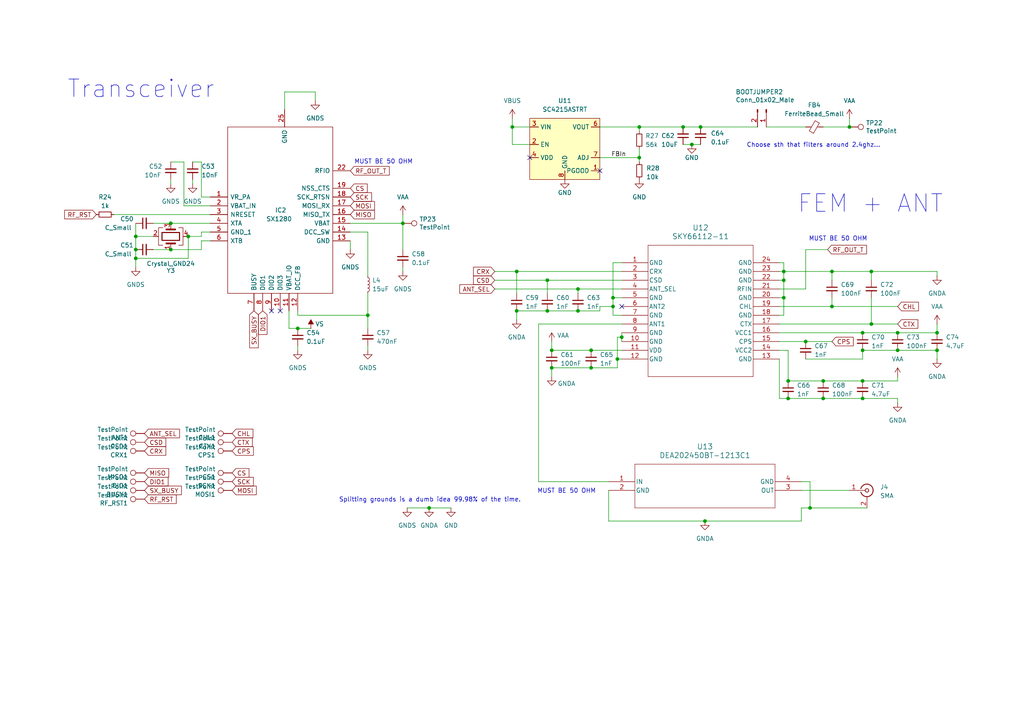
<source format=kicad_sch>
(kicad_sch (version 20231120) (generator "eeschema") (generator_version "8.0")
  (paper "A4")
  (lib_symbols
    (symbol "2024-11-05_19-33-17:DEA202450BT-1213C1" (pin_names (offset 0.254))
      (property "Reference" "U" (at 27.94 10.16 0))
      (property "Value" "DEA202450BT-1213C1" (at 27.94 7.62 0))
      (symbol "DEA202450BT-1213C1_1_1"
        (polyline (pts (xy 7.62 -7.62) (xy 48.26 -7.62)) (stroke (width 0.127)))
        (polyline (pts (xy 7.62 5.08) (xy 7.62 -7.62)) (stroke (width 0.127)))
        (polyline (pts (xy 48.26 -7.62) (xy 48.26 5.08)) (stroke (width 0.127)))
        (polyline (pts (xy 48.26 5.08) (xy 7.62 5.08)) (stroke (width 0.127)))
        (pin input line (at 0 0 0) (length 7.62) (name "IN") (number "1"))
        (pin power_in line (at 0 -2.54 0) (length 7.62) (name "GND") (number "2"))
        (pin output line (at 55.88 -2.54 180) (length 7.62) (name "OUT") (number "3"))
        (pin power_in line (at 55.88 0 180) (length 7.62) (name "GND") (number "4"))
      )
    )
    (symbol "Connector:Conn_01x02_Male" (pin_names (offset 1.016) hide)
      (property "Reference" "J" (at 0 2.54 0))
      (property "Value" "Conn_01x02_Male" (at 0 -5.08 0))
      (symbol "Conn_01x02_Male_1_1"
        (polyline (pts (xy 1.27 -2.54) (xy 0.8636 -2.54)) (stroke (width 0.1524)))
        (polyline (pts (xy 1.27 0) (xy 0.8636 0)) (stroke (width 0.1524)))
        (rectangle (start 0.8636 -2.413) (end 0 -2.667) (stroke (width 0.1524)) (fill (type outline)))
        (rectangle (start 0.8636 0.127) (end 0 -0.127) (stroke (width 0.1524)) (fill (type outline)))
        (pin passive line (at 5.08 0 180) (length 3.81) (name "Pin_1") (number "1"))
        (pin passive line (at 5.08 -2.54 180) (length 3.81) (name "Pin_2") (number "2"))
      )
    )
    (symbol "Connector:Conn_Coaxial" (pin_names (offset 1.016) hide)
      (property "Reference" "J" (at 0.254 3.048 0))
      (property "Value" "Conn_Coaxial" (at 2.921 0 90))
      (symbol "Conn_Coaxial_0_1"
        (arc (start -1.778 -0.508) (mid 0.2311 -1.8066) (end 1.778 0) (stroke (width 0.254)))
        (polyline (pts (xy -2.54 0) (xy -0.508 0)))
        (polyline (pts (xy 0 -2.54) (xy 0 -1.778)))
        (circle (center 0 0) (radius 0.508) (stroke (width 0.2032)))
        (arc (start 1.778 0) (mid 0.2099 1.8101) (end -1.778 0.508) (stroke (width 0.254)))
      )
      (symbol "Conn_Coaxial_1_1"
        (pin passive line (at -5.08 0 0) (length 2.54) (name "In") (number "1"))
        (pin passive line (at 0 -5.08 90) (length 2.54) (name "Ext") (number "2"))
      )
    )
    (symbol "Connector:TestPoint" (pin_numbers hide) (pin_names (offset 0.762) hide)
      (property "Reference" "TP" (at 0 6.858 0))
      (property "Value" "TestPoint" (at 0 5.08 0))
      (symbol "TestPoint_0_1"
        (circle (center 0 3.302) (radius 0.762))
      )
      (symbol "TestPoint_1_1"
        (pin passive line (at 0 0 90) (length 2.54) (name "1") (number "1"))
      )
    )
    (symbol "Device:C_Small" (pin_numbers hide) (pin_names (offset 0.254) hide)
      (property "Reference" "C" (at 0.254 1.778 0))
      (property "Value" "C_Small" (at 0.254 -2.032 0))
      (symbol "C_Small_0_1"
        (polyline (pts (xy -1.524 -0.508) (xy 1.524 -0.508)) (stroke (width 0.3302)))
        (polyline (pts (xy -1.524 0.508) (xy 1.524 0.508)) (stroke (width 0.3048)))
      )
      (symbol "C_Small_1_1"
        (pin passive line (at 0 2.54 270) (length 2.032) (name "~") (number "1"))
        (pin passive line (at 0 -2.54 90) (length 2.032) (name "~") (number "2"))
      )
    )
    (symbol "Device:Crystal_GND24" (pin_names (offset 1.016) hide)
      (property "Reference" "Y" (at 3.175 5.08 0))
      (property "Value" "Crystal_GND24" (at 3.175 3.175 0))
      (symbol "Crystal_GND24_0_1"
        (rectangle (start -1.143 2.54) (end 1.143 -2.54) (stroke (width 0.3048)))
        (polyline (pts (xy -2.54 0) (xy -2.032 0)))
        (polyline (pts (xy -2.032 -1.27) (xy -2.032 1.27)) (stroke (width 0.508)))
        (polyline (pts (xy 0 -3.81) (xy 0 -3.556)))
        (polyline (pts (xy 0 3.556) (xy 0 3.81)))
        (polyline (pts (xy 2.032 -1.27) (xy 2.032 1.27)) (stroke (width 0.508)))
        (polyline (pts (xy 2.032 0) (xy 2.54 0)))
        (polyline (pts (xy -2.54 -2.286) (xy -2.54 -3.556) (xy 2.54 -3.556) (xy 2.54 -2.286)))
        (polyline (pts (xy -2.54 2.286) (xy -2.54 3.556) (xy 2.54 3.556) (xy 2.54 2.286)))
      )
      (symbol "Crystal_GND24_1_1"
        (pin passive line (at -3.81 0 0) (length 1.27) (name "1") (number "1"))
        (pin passive line (at 0 5.08 270) (length 1.27) (name "2") (number "2"))
        (pin passive line (at 3.81 0 180) (length 1.27) (name "3") (number "3"))
        (pin passive line (at 0 -5.08 90) (length 1.27) (name "4") (number "4"))
      )
    )
    (symbol "Device:FerriteBead_Small" (pin_numbers hide) (pin_names (offset 0))
      (property "Reference" "FB" (at 1.905 1.27 0))
      (property "Value" "FerriteBead_Small" (at 1.905 -1.27 0))
      (symbol "FerriteBead_Small_0_1"
        (polyline (pts (xy 0 -1.27) (xy 0 -0.7874)))
        (polyline (pts (xy 0 0.889) (xy 0 1.2954)))
        (polyline (pts (xy -1.8288 0.2794) (xy -1.1176 1.4986) (xy 1.8288 -0.2032) (xy 1.1176 -1.4224) (xy -1.8288 0.2794)))
      )
      (symbol "FerriteBead_Small_1_1"
        (pin passive line (at 0 2.54 270) (length 1.27) (name "~") (number "1"))
        (pin passive line (at 0 -2.54 90) (length 1.27) (name "~") (number "2"))
      )
    )
    (symbol "Device:L_Small" (pin_numbers hide) (pin_names (offset 0.254) hide)
      (property "Reference" "L" (at 0.762 1.016 0))
      (property "Value" "L_Small" (at 0.762 -1.016 0))
      (symbol "L_Small_0_1"
        (arc (start 0 -2.032) (mid 0.5058 -1.524) (end 0 -1.016))
        (arc (start 0 -1.016) (mid 0.5058 -0.508) (end 0 0))
        (arc (start 0 0) (mid 0.5058 0.508) (end 0 1.016))
        (arc (start 0 1.016) (mid 0.5058 1.524) (end 0 2.032))
      )
      (symbol "L_Small_1_1"
        (pin passive line (at 0 2.54 270) (length 0.508) (name "~") (number "1"))
        (pin passive line (at 0 -2.54 90) (length 0.508) (name "~") (number "2"))
      )
    )
    (symbol "Device:R_Small" (pin_numbers hide) (pin_names (offset 0.254) hide)
      (property "Reference" "R" (at 0.762 0.508 0))
      (property "Value" "R_Small" (at 0.762 -1.016 0))
      (symbol "R_Small_0_1"
        (rectangle (start -0.762 1.778) (end 0.762 -1.778) (stroke (width 0.2032)))
      )
      (symbol "R_Small_1_1"
        (pin passive line (at 0 2.54 270) (length 0.762) (name "~") (number "1"))
        (pin passive line (at 0 -2.54 90) (length 0.762) (name "~") (number "2"))
      )
    )
    (symbol "SKYRF:SKY66112-11" (pin_names (offset 0.254))
      (property "Reference" "U" (at 22.86 10.16 0))
      (property "Value" "SKY66112-11" (at 22.86 7.62 0))
      (symbol "SKY66112-11_1_1"
        (polyline (pts (xy 7.62 -33.02) (xy 38.1 -33.02)) (stroke (width 0.127)))
        (polyline (pts (xy 7.62 5.08) (xy 7.62 -33.02)) (stroke (width 0.127)))
        (polyline (pts (xy 38.1 -33.02) (xy 38.1 5.08)) (stroke (width 0.127)))
        (polyline (pts (xy 38.1 5.08) (xy 7.62 5.08)) (stroke (width 0.127)))
        (pin power_out line (at 0 0 0) (length 7.62) (name "GND") (number "1"))
        (pin power_out line (at 0 -22.86 0) (length 7.62) (name "GND") (number "10"))
        (pin power_in line (at 0 -25.4 0) (length 7.62) (name "VDD") (number "11"))
        (pin power_out line (at 0 -27.94 0) (length 7.62) (name "GND") (number "12"))
        (pin power_out line (at 45.72 -27.94 180) (length 7.62) (name "GND") (number "13"))
        (pin power_in line (at 45.72 -25.4 180) (length 7.62) (name "VCC2") (number "14"))
        (pin unspecified line (at 45.72 -22.86 180) (length 7.62) (name "CPS") (number "15"))
        (pin power_in line (at 45.72 -20.32 180) (length 7.62) (name "VCC1") (number "16"))
        (pin unspecified line (at 45.72 -17.78 180) (length 7.62) (name "CTX") (number "17"))
        (pin power_out line (at 45.72 -15.24 180) (length 7.62) (name "GND") (number "18"))
        (pin unspecified line (at 45.72 -12.7 180) (length 7.62) (name "CHL") (number "19"))
        (pin unspecified line (at 0 -2.54 0) (length 7.62) (name "CRX") (number "2"))
        (pin power_out line (at 45.72 -10.16 180) (length 7.62) (name "GND") (number "20"))
        (pin power_in line (at 45.72 -7.62 180) (length 7.62) (name "RFIN") (number "21"))
        (pin power_out line (at 45.72 -5.08 180) (length 7.62) (name "GND") (number "22"))
        (pin power_out line (at 45.72 -2.54 180) (length 7.62) (name "GND") (number "23"))
        (pin power_out line (at 45.72 0 180) (length 7.62) (name "GND") (number "24"))
        (pin unspecified line (at 0 -5.08 0) (length 7.62) (name "CSD") (number "3"))
        (pin unspecified line (at 0 -7.62 0) (length 7.62) (name "ANT_SEL") (number "4"))
        (pin power_out line (at 0 -10.16 0) (length 7.62) (name "GND") (number "5"))
        (pin bidirectional line (at 0 -12.7 0) (length 7.62) (name "ANT2") (number "6"))
        (pin power_out line (at 0 -15.24 0) (length 7.62) (name "GND") (number "7"))
        (pin bidirectional line (at 0 -17.78 0) (length 7.62) (name "ANT1") (number "8"))
        (pin power_out line (at 0 -20.32 0) (length 7.62) (name "GND") (number "9"))
      )
    )
    (symbol "SX1280:symbols_SX1280IMLTRT" (pin_names (offset 0.762))
      (property "Reference" "IC" (at 36.83 25.4 0))
      (property "Value" "symbols_SX1280IMLTRT" (at 36.83 22.86 0))
      (symbol "symbols_SX1280IMLTRT_0_0"
        (pin bidirectional line (at 0 0 0) (length 5.08) (name "VR_PA") (number "1"))
        (pin bidirectional line (at 20.32 -33.02 90) (length 5.08) (name "DIO3") (number "10"))
        (pin bidirectional line (at 22.86 -33.02 90) (length 5.08) (name "VBAT_IO") (number "11"))
        (pin bidirectional line (at 25.4 -33.02 90) (length 5.08) (name "DCC_FB") (number "12"))
        (pin bidirectional line (at 40.64 -12.7 180) (length 5.08) (name "GND") (number "13"))
        (pin bidirectional line (at 40.64 -10.16 180) (length 5.08) (name "DCC_SW") (number "14"))
        (pin bidirectional line (at 40.64 -7.62 180) (length 5.08) (name "VBAT") (number "15"))
        (pin bidirectional line (at 40.64 -5.08 180) (length 5.08) (name "MISO_TX") (number "16"))
        (pin bidirectional line (at 40.64 -2.54 180) (length 5.08) (name "MOSI_RX") (number "17"))
        (pin bidirectional line (at 40.64 0 180) (length 5.08) (name "SCK_RTSN") (number "18"))
        (pin bidirectional line (at 40.64 2.54 180) (length 5.08) (name "NSS_CTS") (number "19"))
        (pin bidirectional line (at 0 -2.54 0) (length 5.08) (name "VBAT_IN") (number "2"))
        (pin power_in line (at 21.59 25.4 270) (length 5.08) hide (name "GND") (number "20"))
        (pin power_in line (at 21.59 25.4 270) (length 5.08) hide (name "GND") (number "21"))
        (pin bidirectional line (at 40.64 7.62 180) (length 5.08) (name "RFIO") (number "22"))
        (pin power_in line (at 21.59 25.4 270) (length 5.08) hide (name "GND") (number "23"))
        (pin power_in line (at 21.59 25.4 270) (length 5.08) hide (name "GND") (number "24"))
        (pin power_in line (at 21.59 25.4 270) (length 5.08) (name "GND") (number "25"))
        (pin bidirectional line (at 0 -5.08 0) (length 5.08) (name "NRESET") (number "3"))
        (pin bidirectional line (at 0 -7.62 0) (length 5.08) (name "XTA") (number "4"))
        (pin bidirectional line (at 0 -10.16 0) (length 5.08) (name "GND_1") (number "5"))
        (pin bidirectional line (at 0 -12.7 0) (length 5.08) (name "XTB") (number "6"))
        (pin bidirectional line (at 12.7 -33.02 90) (length 5.08) (name "BUSY") (number "7"))
        (pin bidirectional line (at 15.24 -33.02 90) (length 5.08) (name "DIO1") (number "8"))
        (pin bidirectional line (at 17.78 -33.02 90) (length 5.08) (name "DIO2") (number "9"))
      )
      (symbol "symbols_SX1280IMLTRT_0_1"
        (polyline (pts (xy 5.08 20.32) (xy 35.56 20.32) (xy 35.56 -27.94) (xy 5.08 -27.94) (xy 5.08 20.32)) (stroke (width 0.1524)))
      )
    )
    (symbol "VBUS_1" (power) (pin_numbers hide) (pin_names (offset 0) hide)
      (property "Value" "VBUS" (at 0 3.556 0))
      (symbol "VBUS_1_0_1"
        (polyline (pts (xy -0.762 1.27) (xy 0 2.54)))
        (polyline (pts (xy 0 0) (xy 0 2.54)))
        (polyline (pts (xy 0 2.54) (xy 0.762 1.27)))
      )
      (symbol "VBUS_1_1_1"
        (pin power_in line (at 0 0 90) (length 0) (name "~") (number "1"))
      )
    )
    (symbol "iclr:SC4215ASTRT"
      (property "Reference" "U5" (at 0 4.8428 0))
      (property "Value" "SC4215" (at 0 2.3059 0))
      (symbol "SC4215ASTRT_1_1"
        (rectangle (start -10.16 1.27) (end 10.16 -16.51) (fill (type background)))
        (pin output line (at 10.16 -13.97 180) (length 2.54) (name "PGOOD") (number "1"))
        (pin input line (at -10.16 -6.35 0) (length 2.54) (name "EN") (number "2"))
        (pin power_in line (at -10.16 -1.27 0) (length 2.54) (name "VIN") (number "3"))
        (pin input line (at -10.16 -10.16 0) (length 2.54) (name "VDD") (number "4"))
        (pin no_connect line (at -10.16 -15.24 0) (length 2.54) hide (name "NC") (number "5"))
        (pin power_out line (at 10.16 -1.27 180) (length 2.54) (name "VOUT") (number "6"))
        (pin input line (at 10.16 -10.16 180) (length 2.54) (name "ADJ") (number "7"))
        (pin power_out line (at 0 -16.51 90) (length 2.54) (name "GND") (number "8"))
        (pin power_out line (at 0 -16.51 90) (length 2.54) hide (name "GND") (number "9"))
      )
    )
    (symbol "power:GND" (power) (pin_names (offset 0))
      (property "Value" "GND" (at 0 -3.81 0))
      (symbol "GND_0_1"
        (polyline (pts (xy 0 0) (xy 0 -1.27) (xy 1.27 -1.27) (xy 0 -2.54) (xy -1.27 -1.27) (xy 0 -1.27)))
      )
      (symbol "GND_1_1"
        (pin power_in line (at 0 0 270) (length 0) hide (name "GND") (number "1"))
      )
    )
    (symbol "power:GNDA" (power) (pin_numbers hide) (pin_names (offset 0) hide)
      (property "Value" "GNDA" (at 0 -3.81 0))
      (symbol "GNDA_0_1"
        (polyline (pts (xy 0 0) (xy 0 -1.27) (xy 1.27 -1.27) (xy 0 -2.54) (xy -1.27 -1.27) (xy 0 -1.27)))
      )
      (symbol "GNDA_1_1"
        (pin power_in line (at 0 0 270) (length 0) (name "~") (number "1"))
      )
    )
    (symbol "power:GNDS" (power) (pin_numbers hide) (pin_names (offset 0) hide)
      (property "Value" "GNDS" (at 0 -3.81 0))
      (symbol "GNDS_0_1"
        (polyline (pts (xy 0 0) (xy 0 -1.27) (xy 1.27 -1.27) (xy 0 -2.54) (xy -1.27 -1.27) (xy 0 -1.27)))
      )
      (symbol "GNDS_1_1"
        (pin power_in line (at 0 0 270) (length 0) (name "~") (number "1"))
      )
    )
    (symbol "power:VAA" (power) (pin_numbers hide) (pin_names (offset 0) hide)
      (property "Value" "VAA" (at 0 3.556 0))
      (symbol "VAA_0_1"
        (polyline (pts (xy -0.762 1.27) (xy 0 2.54)))
        (polyline (pts (xy 0 0) (xy 0 2.54)))
        (polyline (pts (xy 0 2.54) (xy 0.762 1.27)))
      )
      (symbol "VAA_1_1"
        (pin power_in line (at 0 0 90) (length 0) (name "~") (number "1"))
      )
    )
    (symbol "power:VS" (power) (pin_numbers hide) (pin_names (offset 0) hide)
      (property "Value" "VS" (at 0 3.556 0))
      (symbol "VS_0_1"
        (polyline (pts (xy 0 0) (xy 0 2.54)))
        (polyline (pts (xy 0.762 1.27) (xy -0.762 1.27) (xy 0 2.54) (xy 0.762 1.27)) (fill (type outline)))
      )
      (symbol "VS_1_1"
        (pin power_in line (at 0 0 90) (length 0) (name "~") (number "1"))
      )
    )
  )
  (junction (at 271.78 96.52))
  (junction (at 228.6 110.49))
  (junction (at 185.42 36.83))
  (junction (at 179.07 104.14))
  (junction (at 252.73 78.74))
  (junction (at 149.86 78.74))
  (junction (at 260.35 101.6))
  (junction (at 158.75 81.28))
  (junction (at 180.34 97.79))
  (junction (at 158.75 90.17))
  (junction (at 233.68 99.06))
  (junction (at 203.2 36.83))
  (junction (at 241.3 88.9))
  (junction (at 238.76 115.57))
  (junction (at 160.02 101.6))
  (junction (at 39.37 72.39))
  (junction (at 198.12 36.83))
  (junction (at 171.45 106.68))
  (junction (at 148.59 36.83))
  (junction (at 250.19 115.57))
  (junction (at 250.19 96.52))
  (junction (at 227.33 78.74))
  (junction (at 227.33 86.36))
  (junction (at 260.35 96.52))
  (junction (at 200.66 41.91))
  (junction (at 167.64 90.17))
  (junction (at 39.37 74.93))
  (junction (at 252.73 93.98))
  (junction (at 234.95 147.32))
  (junction (at 228.6 115.57))
  (junction (at 204.47 151.13))
  (junction (at 171.45 101.6))
  (junction (at 177.8 86.36))
  (junction (at 185.42 45.72))
  (junction (at 86.36 95.25))
  (junction (at 271.78 101.6))
  (junction (at 238.76 110.49))
  (junction (at 49.53 64.77))
  (junction (at 54.61 68.58))
  (junction (at 39.37 68.58))
  (junction (at 241.3 78.74))
  (junction (at 160.02 106.68))
  (junction (at 49.53 72.39))
  (junction (at 250.19 101.6))
  (junction (at 227.33 81.28))
  (junction (at 177.8 88.9))
  (junction (at 124.46 147.32))
  (junction (at 250.19 110.49))
  (junction (at 106.68 91.44))
  (junction (at 246.38 36.83))
  (junction (at 167.64 83.82))
  (junction (at 116.84 64.77))
  (junction (at 149.86 90.17))
  (no_connect (at 180.34 88.9))
  (no_connect (at 78.74 90.17))
  (no_connect (at 153.67 45.72))
  (no_connect (at 81.28 90.17))
  (no_connect (at 173.99 49.53))
  (wire (pts (xy 39.37 68.58) (xy 39.37 64.77)))
  (wire (pts (xy 106.68 67.31) (xy 106.68 80.01)))
  (wire (pts (xy 185.42 36.83) (xy 198.12 36.83)))
  (wire (pts (xy 86.36 91.44) (xy 86.36 90.17)))
  (wire (pts (xy 238.76 36.83) (xy 246.38 36.83)))
  (wire (pts (xy 49.53 46.99) (xy 53.34 46.99)))
  (wire (pts (xy 226.06 104.14) (xy 226.06 115.57)))
  (wire (pts (xy 173.99 45.72) (xy 185.42 45.72)))
  (wire (pts (xy 143.51 81.28) (xy 158.75 81.28)))
  (wire (pts (xy 143.51 83.82) (xy 167.64 83.82)))
  (wire (pts (xy 176.53 151.13) (xy 176.53 142.24)))
  (wire (pts (xy 227.33 78.74) (xy 227.33 81.28)))
  (wire (pts (xy 198.12 36.83) (xy 203.2 36.83)))
  (wire (pts (xy 185.42 43.18) (xy 185.42 45.72)))
  (wire (pts (xy 227.33 91.44) (xy 226.06 91.44)))
  (wire (pts (xy 53.34 59.69) (xy 53.34 46.99)))
  (wire (pts (xy 44.45 72.39) (xy 49.53 72.39)))
  (wire (pts (xy 271.78 78.74) (xy 271.78 80.01)))
  (wire (pts (xy 250.19 104.14) (xy 250.19 101.6)))
  (wire (pts (xy 158.75 81.28) (xy 180.34 81.28)))
  (wire (pts (xy 33.02 62.23) (xy 60.96 62.23)))
  (wire (pts (xy 143.51 78.74) (xy 149.86 78.74)))
  (wire (pts (xy 232.41 139.7) (xy 234.95 139.7)))
  (wire (pts (xy 106.68 91.44) (xy 106.68 95.25)))
  (wire (pts (xy 227.33 81.28) (xy 227.33 86.36)))
  (wire (pts (xy 148.59 36.83) (xy 153.67 36.83)))
  (wire (pts (xy 116.84 77.47) (xy 116.84 78.74)))
  (wire (pts (xy 49.53 72.39) (xy 58.42 72.39)))
  (wire (pts (xy 176.53 139.7) (xy 156.21 139.7)))
  (wire (pts (xy 252.73 93.98) (xy 260.35 93.98)))
  (wire (pts (xy 232.41 147.32) (xy 234.95 147.32)))
  (wire (pts (xy 60.96 59.69) (xy 53.34 59.69)))
  (wire (pts (xy 227.33 76.2) (xy 227.33 78.74)))
  (wire (pts (xy 232.41 142.24) (xy 246.38 142.24)))
  (wire (pts (xy 156.21 93.98) (xy 180.34 93.98)))
  (wire (pts (xy 180.34 97.79) (xy 179.07 97.79)))
  (wire (pts (xy 250.19 101.6) (xy 260.35 101.6)))
  (wire (pts (xy 226.06 93.98) (xy 252.73 93.98)))
  (wire (pts (xy 250.19 110.49) (xy 260.35 110.49)))
  (wire (pts (xy 83.82 95.25) (xy 86.36 95.25)))
  (wire (pts (xy 149.86 90.17) (xy 158.75 90.17)))
  (wire (pts (xy 149.86 78.74) (xy 180.34 78.74)))
  (wire (pts (xy 106.68 85.09) (xy 106.68 91.44)))
  (wire (pts (xy 167.64 83.82) (xy 167.64 85.09)))
  (wire (pts (xy 106.68 100.33) (xy 106.68 101.6)))
  (wire (pts (xy 226.06 76.2) (xy 227.33 76.2)))
  (wire (pts (xy 228.6 110.49) (xy 238.76 110.49)))
  (wire (pts (xy 233.68 104.14) (xy 250.19 104.14)))
  (wire (pts (xy 173.99 88.9) (xy 177.8 88.9)))
  (wire (pts (xy 91.44 26.67) (xy 91.44 29.21)))
  (wire (pts (xy 241.3 86.36) (xy 241.3 88.9)))
  (wire (pts (xy 82.55 26.67) (xy 91.44 26.67)))
  (wire (pts (xy 39.37 74.93) (xy 54.61 74.93)))
  (wire (pts (xy 106.68 91.44) (xy 86.36 91.44)))
  (wire (pts (xy 83.82 90.17) (xy 83.82 95.25)))
  (wire (pts (xy 227.33 78.74) (xy 241.3 78.74)))
  (wire (pts (xy 185.42 36.83) (xy 185.42 38.1)))
  (wire (pts (xy 177.8 91.44) (xy 177.8 88.9)))
  (wire (pts (xy 158.75 81.28) (xy 158.75 85.09)))
  (wire (pts (xy 252.73 78.74) (xy 271.78 78.74)))
  (wire (pts (xy 228.6 115.57) (xy 238.76 115.57)))
  (wire (pts (xy 39.37 72.39) (xy 39.37 74.93)))
  (wire (pts (xy 55.88 46.99) (xy 58.42 46.99)))
  (wire (pts (xy 116.84 62.23) (xy 116.84 64.77)))
  (wire (pts (xy 156.21 93.98) (xy 156.21 139.7)))
  (wire (pts (xy 204.47 151.13) (xy 176.53 151.13)))
  (wire (pts (xy 252.73 81.28) (xy 252.73 78.74)))
  (wire (pts (xy 179.07 104.14) (xy 180.34 104.14)))
  (wire (pts (xy 179.07 104.14) (xy 179.07 106.68)))
  (wire (pts (xy 148.59 41.91) (xy 148.59 36.83)))
  (wire (pts (xy 160.02 106.68) (xy 160.02 109.22)))
  (wire (pts (xy 86.36 100.33) (xy 86.36 101.6)))
  (wire (pts (xy 180.34 97.79) (xy 180.34 99.06)))
  (wire (pts (xy 149.86 78.74) (xy 149.86 85.09)))
  (wire (pts (xy 153.67 41.91) (xy 148.59 41.91)))
  (wire (pts (xy 260.35 96.52) (xy 271.78 96.52)))
  (wire (pts (xy 101.6 69.85) (xy 101.6 72.39)))
  (wire (pts (xy 241.3 78.74) (xy 252.73 78.74)))
  (wire (pts (xy 271.78 101.6) (xy 271.78 104.14)))
  (wire (pts (xy 232.41 151.13) (xy 204.47 151.13)))
  (wire (pts (xy 234.95 139.7) (xy 234.95 147.32)))
  (wire (pts (xy 233.68 83.82) (xy 233.68 72.39)))
  (wire (pts (xy 238.76 115.57) (xy 250.19 115.57)))
  (wire (pts (xy 171.45 101.6) (xy 180.34 101.6)))
  (wire (pts (xy 177.8 86.36) (xy 180.34 86.36)))
  (wire (pts (xy 179.07 97.79) (xy 179.07 104.14)))
  (wire (pts (xy 226.06 88.9) (xy 241.3 88.9)))
  (wire (pts (xy 226.06 115.57) (xy 228.6 115.57)))
  (wire (pts (xy 180.34 91.44) (xy 177.8 91.44)))
  (wire (pts (xy 149.86 90.17) (xy 149.86 92.71)))
  (wire (pts (xy 167.64 83.82) (xy 180.34 83.82)))
  (wire (pts (xy 233.68 72.39) (xy 240.03 72.39)))
  (wire (pts (xy 238.76 110.49) (xy 250.19 110.49)))
  (wire (pts (xy 44.45 64.77) (xy 49.53 64.77)))
  (wire (pts (xy 260.35 101.6) (xy 271.78 101.6)))
  (wire (pts (xy 118.11 147.32) (xy 124.46 147.32)))
  (wire (pts (xy 222.25 36.83) (xy 233.68 36.83)))
  (wire (pts (xy 234.95 147.32) (xy 251.46 147.32)))
  (wire (pts (xy 241.3 88.9) (xy 260.35 88.9)))
  (wire (pts (xy 226.06 101.6) (xy 228.6 101.6)))
  (wire (pts (xy 39.37 74.93) (xy 39.37 77.47)))
  (wire (pts (xy 86.36 95.25) (xy 90.17 95.25)))
  (wire (pts (xy 250.19 96.52) (xy 260.35 96.52)))
  (wire (pts (xy 160.02 106.68) (xy 171.45 106.68)))
  (wire (pts (xy 124.46 147.32) (xy 130.81 147.32)))
  (wire (pts (xy 226.06 86.36) (xy 227.33 86.36)))
  (wire (pts (xy 179.07 106.68) (xy 171.45 106.68)))
  (wire (pts (xy 226.06 83.82) (xy 233.68 83.82)))
  (wire (pts (xy 158.75 90.17) (xy 167.64 90.17)))
  (wire (pts (xy 250.19 115.57) (xy 260.35 115.57)))
  (wire (pts (xy 241.3 81.28) (xy 241.3 78.74)))
  (wire (pts (xy 177.8 86.36) (xy 177.8 76.2)))
  (wire (pts (xy 228.6 101.6) (xy 228.6 110.49)))
  (wire (pts (xy 203.2 36.83) (xy 219.71 36.83)))
  (wire (pts (xy 173.99 36.83) (xy 185.42 36.83)))
  (wire (pts (xy 173.99 90.17) (xy 167.64 90.17)))
  (wire (pts (xy 101.6 64.77) (xy 116.84 64.77)))
  (wire (pts (xy 226.06 96.52) (xy 250.19 96.52)))
  (wire (pts (xy 226.06 99.06) (xy 233.68 99.06)))
  (wire (pts (xy 54.61 68.58) (xy 54.61 74.93)))
  (wire (pts (xy 58.42 67.31) (xy 60.96 67.31)))
  (wire (pts (xy 246.38 36.83) (xy 246.38 34.29)))
  (wire (pts (xy 160.02 101.6) (xy 171.45 101.6)))
  (wire (pts (xy 173.99 88.9) (xy 173.99 90.17)))
  (wire (pts (xy 116.84 64.77) (xy 116.84 72.39)))
  (wire (pts (xy 60.96 69.85) (xy 58.42 69.85)))
  (wire (pts (xy 252.73 86.36) (xy 252.73 93.98)))
  (wire (pts (xy 177.8 76.2) (xy 180.34 76.2)))
  (wire (pts (xy 39.37 68.58) (xy 39.37 72.39)))
  (wire (pts (xy 44.45 68.58) (xy 39.37 68.58)))
  (wire (pts (xy 260.35 109.22) (xy 260.35 110.49)))
  (wire (pts (xy 271.78 93.98) (xy 271.78 96.52)))
  (wire (pts (xy 58.42 57.15) (xy 58.42 46.99)))
  (wire (pts (xy 148.59 34.29) (xy 148.59 36.83)))
  (wire (pts (xy 233.68 99.06) (xy 241.3 99.06)))
  (wire (pts (xy 198.12 41.91) (xy 200.66 41.91)))
  (wire (pts (xy 49.53 52.07) (xy 49.53 53.34)))
  (wire (pts (xy 58.42 69.85) (xy 58.42 72.39)))
  (wire (pts (xy 177.8 88.9) (xy 177.8 86.36)))
  (wire (pts (xy 226.06 81.28) (xy 227.33 81.28)))
  (wire (pts (xy 101.6 67.31) (xy 106.68 67.31)))
  (wire (pts (xy 54.61 68.58) (xy 58.42 68.58)))
  (wire (pts (xy 60.96 57.15) (xy 58.42 57.15)))
  (wire (pts (xy 82.55 31.75) (xy 82.55 26.67)))
  (wire (pts (xy 160.02 99.06) (xy 160.02 101.6)))
  (wire (pts (xy 226.06 78.74) (xy 227.33 78.74)))
  (wire (pts (xy 49.53 64.77) (xy 60.96 64.77)))
  (wire (pts (xy 185.42 45.72) (xy 185.42 46.99)))
  (wire (pts (xy 260.35 115.57) (xy 260.35 116.84)))
  (wire (pts (xy 232.41 147.32) (xy 232.41 151.13)))
  (wire (pts (xy 180.34 96.52) (xy 180.34 97.79)))
  (wire (pts (xy 227.33 86.36) (xy 227.33 91.44)))
  (wire (pts (xy 55.88 52.07) (xy 55.88 53.34)))
  (wire (pts (xy 58.42 68.58) (xy 58.42 67.31)))
  (wire (pts (xy 200.66 41.91) (xy 203.2 41.91)))
  (text "FEM + ANT\n" (at 252.476 59.182 0) (effects (font (size 5.08 5.08))))
  (text "MUST BE 50 OHM\n" (at 243.078 69.342 0) (effects (font (size 1.27 1.27))))
  (text "Transceiver\n" (at 40.894 25.908 0) (effects (font (size 5.08 5.08))))
  (text "MUST BE 50 OHM\n" (at 111.252 46.99 0) (effects (font (size 1.27 1.27))))
  (text "Choose sth that filters around 2.4ghz...\n" (at 235.966 42.164 0) (effects (font (size 1.27 1.27))))
  (text "MUST BE 50 OHM\n" (at 164.338 142.494 0) (effects (font (size 1.27 1.27))))
  (text "Splitting grounds is a dumb idea 99.98% of the time.\n" (at 124.714 145.034 0) (effects (font (size 1.27 1.27))))
  (label "FBIn" (at 181.61 45.72 180))
  (global_label "ANT_SEL" (shape input) (at 143.51 83.82 180) (property "Intersheetrefs" "${INTERSHEET_REFS}" (effects (hide yes))))
  (global_label "CTX" (shape input) (at 260.35 93.98 0) (property "Intersheetrefs" "${INTERSHEET_REFS}" (effects (hide yes))))
  (global_label "CRX" (shape input) (at 41.91 130.81 0) (property "Intersheetrefs" "${INTERSHEET_REFS}" (effects (hide yes))))
  (global_label "CHL" (shape input) (at 260.35 88.9 0) (property "Intersheetrefs" "${INTERSHEET_REFS}" (effects (hide yes))))
  (global_label "RF_RST" (shape input) (at 27.94 62.23 180) (property "Intersheetrefs" "${INTERSHEET_REFS}" (effects (hide yes))))
  (global_label "ANT_SEL" (shape input) (at 41.91 125.73 0) (property "Intersheetrefs" "${INTERSHEET_REFS}" (effects (hide yes))))
  (global_label "SCK" (shape input) (at 67.31 139.7 0) (property "Intersheetrefs" "${INTERSHEET_REFS}" (effects (hide yes))))
  (global_label "CSD" (shape input) (at 143.51 81.28 180) (property "Intersheetrefs" "${INTERSHEET_REFS}" (effects (hide yes))))
  (global_label "CSD" (shape input) (at 41.91 128.27 0) (property "Intersheetrefs" "${INTERSHEET_REFS}" (effects (hide yes))))
  (global_label "CPS" (shape input) (at 67.31 130.81 0) (property "Intersheetrefs" "${INTERSHEET_REFS}" (effects (hide yes))))
  (global_label "MOSI" (shape input) (at 67.31 142.24 0) (property "Intersheetrefs" "${INTERSHEET_REFS}" (effects (hide yes))))
  (global_label "CRX" (shape input) (at 143.51 78.74 180) (property "Intersheetrefs" "${INTERSHEET_REFS}" (effects (hide yes))))
  (global_label "SCK" (shape input) (at 101.6 57.15 0) (property "Intersheetrefs" "${INTERSHEET_REFS}" (effects (hide yes))))
  (global_label "DIO1" (shape input) (at 76.2 90.17 270) (property "Intersheetrefs" "${INTERSHEET_REFS}" (effects (hide yes))))
  (global_label "MISO" (shape input) (at 41.91 137.16 0) (property "Intersheetrefs" "${INTERSHEET_REFS}" (effects (hide yes))))
  (global_label "SX_BUSY" (shape input) (at 73.66 90.17 270) (property "Intersheetrefs" "${INTERSHEET_REFS}" (effects (hide yes))))
  (global_label "MISO" (shape input) (at 101.6 62.23 0) (property "Intersheetrefs" "${INTERSHEET_REFS}" (effects (hide yes))))
  (global_label "RF_RST" (shape input) (at 41.91 144.78 0) (property "Intersheetrefs" "${INTERSHEET_REFS}" (effects (hide yes))))
  (global_label "CS" (shape input) (at 67.31 137.16 0) (property "Intersheetrefs" "${INTERSHEET_REFS}" (effects (hide yes))))
  (global_label "CS" (shape input) (at 101.6 54.61 0) (property "Intersheetrefs" "${INTERSHEET_REFS}" (effects (hide yes))))
  (global_label "RF_OUT_T" (shape input) (at 101.6 49.53 0) (property "Intersheetrefs" "${INTERSHEET_REFS}" (effects (hide yes))))
  (global_label "DIO1" (shape input) (at 41.91 139.7 0) (property "Intersheetrefs" "${INTERSHEET_REFS}" (effects (hide yes))))
  (global_label "CPS" (shape input) (at 241.3 99.06 0) (property "Intersheetrefs" "${INTERSHEET_REFS}" (effects (hide yes))))
  (global_label "CHL" (shape input) (at 67.31 125.73 0) (property "Intersheetrefs" "${INTERSHEET_REFS}" (effects (hide yes))))
  (global_label "RF_OUT_T" (shape input) (at 240.03 72.39 0) (property "Intersheetrefs" "${INTERSHEET_REFS}" (effects (hide yes))))
  (global_label "MOSI" (shape input) (at 101.6 59.69 0) (property "Intersheetrefs" "${INTERSHEET_REFS}" (effects (hide yes))))
  (global_label "CTX" (shape input) (at 67.31 128.27 0) (property "Intersheetrefs" "${INTERSHEET_REFS}" (effects (hide yes))))
  (global_label "SX_BUSY" (shape input) (at 41.91 142.24 0) (property "Intersheetrefs" "${INTERSHEET_REFS}" (effects (hide yes))))
  (symbol (lib_id "Connector:TestPoint") (at 67.31 139.7 90) (unit 1)
    (property "Reference" "SCK1" (at 62.5348 140.8684 90) (effects (justify left)))
    (property "Value" "TestPoint" (at 62.5348 138.557 90) (effects (justify left)))
    (property "Footprint" "TestPoint:TestPoint_Pad_D1.0mm" (effects (hide yes)))
  )
  (symbol (lib_id "power:GNDS") (at 116.84 78.74 0) (unit 1)
    (property "Reference" "#PWR090" (effects (hide yes)))
    (property "Value" "GNDS" (at 116.84 83.82 0))
    (property "Description" "Power symbol creates a global label with name \"GNDS\" , signal ground" (effects (hide yes)))
  )
  (symbol (lib_id "power:GNDS") (at 101.6 72.39 0) (unit 1)
    (property "Reference" "#PWR088" (effects (hide yes)))
    (property "Value" "GNDS" (at 101.6 77.47 0))
    (property "Description" "Power symbol creates a global label with name \"GNDS\" , signal ground" (effects (hide yes)))
  )
  (symbol (lib_id "Device:C_Small") (at 55.88 49.53 0) (unit 1)
    (property "Reference" "C53" (at 58.42 48.2662 0) (effects (justify left)))
    (property "Value" "10nF" (at 58.42 50.8062 0) (effects (justify left)))
    (property "Footprint" "Capacitor_SMD:C_0402_1005Metric" (effects (hide yes)))
    (property "Description" "Unpolarized capacitor, small symbol" (effects (hide yes)))
  )
  (symbol (lib_id "power:VAA") (at 160.02 99.06 0) (unit 1)
    (property "Reference" "#PWR097" (effects (hide yes)))
    (property "Value" "VAA" (at 163.322 97.282 0))
    (property "Description" "Power symbol creates a global label with name \"VAA\"" (effects (hide yes)))
  )
  (symbol (lib_id "Connector:TestPoint") (at 67.31 125.73 90) (unit 1)
    (property "Reference" "CHL1" (at 62.5348 126.8984 90) (effects (justify left)))
    (property "Value" "TestPoint" (at 62.5348 124.587 90) (effects (justify left)))
    (property "Footprint" "TestPoint:TestPoint_Pad_D1.0mm" (effects (hide yes)))
  )
  (symbol (lib_id "Connector:Conn_01x02_Male") (at 222.25 31.75 270) (unit 1)
    (property "Reference" "BOOTJUMPER2" (at 213.36 26.67 90) (effects (justify left)))
    (property "Value" "Conn_01x02_Male" (at 213.36 28.9814 90) (effects (justify left)))
    (property "Footprint" "Connector_PinHeader_2.54mm:PinHeader_1x02_P2.54mm_Vertical" (effects (hide yes)))
  )
  (symbol (lib_id "Device:C_Small") (at 41.91 64.77 90) (unit 1)
    (property "Reference" "C50" (at 36.83 63.5 90))
    (property "Value" "C_Small" (at 34.29 66.04 90))
    (property "Footprint" "Capacitor_SMD:C_0402_1005Metric" (effects (hide yes)))
    (property "Description" "Unpolarized capacitor, small symbol" (effects (hide yes)))
  )
  (symbol (lib_id "Device:C_Small") (at 149.86 87.63 0) (unit 1)
    (property "Reference" "C59" (at 152.4 86.3662 0) (effects (justify left)))
    (property "Value" "1nF" (at 152.4 88.9062 0) (effects (justify left)))
    (property "Footprint" "Capacitor_SMD:C_0402_1005Metric" (effects (hide yes)))
    (property "Description" "Unpolarized capacitor, small symbol" (effects (hide yes)))
  )
  (symbol (lib_id "Connector:Conn_Coaxial") (at 251.46 142.24 0) (unit 1)
    (property "Reference" "J4" (at 255.27 141.2631 0) (effects (justify left)))
    (property "Value" "SMA" (at 255.27 143.8031 0) (effects (justify left)))
    (property "Footprint" "Connector_Coaxial:SMA_Amphenol_901-144_Vertical" (effects (hide yes)))
    (property "Description" "coaxial connector (BNC, SMA, SMB, SMC, Cinch/RCA, LEMO, ...)" (effects (hide yes)))
  )
  (symbol (lib_id "Connector:TestPoint") (at 41.91 137.16 90) (unit 1)
    (property "Reference" "MISO1" (at 37.1348 138.3284 90) (effects (justify left)))
    (property "Value" "TestPoint" (at 37.1348 136.017 90) (effects (justify left)))
    (property "Footprint" "TestPoint:TestPoint_Pad_D1.0mm" (effects (hide yes)))
  )
  (symbol (lib_id "Connector:TestPoint") (at 67.31 128.27 90) (unit 1)
    (property "Reference" "CTX1" (at 62.5348 129.4384 90) (effects (justify left)))
    (property "Value" "TestPoint" (at 62.5348 127.127 90) (effects (justify left)))
    (property "Footprint" "TestPoint:TestPoint_Pad_D1.0mm" (effects (hide yes)))
  )
  (symbol (lib_id "Connector:TestPoint") (at 41.91 128.27 90) (unit 1)
    (property "Reference" "CSD1" (at 37.1348 129.4384 90) (effects (justify left)))
    (property "Value" "TestPoint" (at 37.1348 127.127 90) (effects (justify left)))
    (property "Footprint" "TestPoint:TestPoint_Pad_D1.0mm" (effects (hide yes)))
  )
  (symbol (lib_id "Device:L_Small") (at 106.68 82.55 0) (unit 1)
    (property "Reference" "L4" (at 107.95 81.2799 0) (effects (justify left)))
    (property "Value" "15uF" (at 107.95 83.8199 0) (effects (justify left)))
    (property "Footprint" "Capacitor_SMD:C_0603_1608Metric" (effects (hide yes)))
    (property "Description" "Inductor, small symbol" (effects (hide yes)))
  )
  (symbol (lib_id "power:GND") (at 185.42 52.07 0) (unit 1)
    (property "Reference" "#PWR096" (effects (hide yes)))
    (property "Value" "GND" (at 185.42 57.15 0))
  )
  (symbol (lib_id "Device:C_Small") (at 228.6 113.03 0) (unit 1)
    (property "Reference" "C66" (at 231.14 111.7662 0) (effects (justify left)))
    (property "Value" "1nF" (at 231.14 114.3062 0) (effects (justify left)))
    (property "Footprint" "Capacitor_SMD:C_0402_1005Metric" (effects (hide yes)))
    (property "Description" "Unpolarized capacitor, small symbol" (effects (hide yes)))
  )
  (symbol (lib_id "SX1280:symbols_SX1280IMLTRT") (at 60.96 57.15 0) (unit 1)
    (property "Reference" "IC2" (at 79.756 60.96 0) (effects (justify left)))
    (property "Value" "SX1280" (at 77.216 63.5 0) (effects (justify left)))
    (property "Footprint" "footprints:QFN50P400X400X95-24N" (effects (hide yes)))
    (property "Datasheet" "http://www.semtech.com/images/datasheet/sx1280_81.pdf" (effects (hide yes)))
    (property "Description_1" "RF Transceiver Long range 2.4 GHz Wireless Transceiver" (effects (hide yes)))
    (property "Height" "0.8" (effects (hide yes)))
    (property "Manufacturer_Name" "SEMTECH" (effects (hide yes)))
    (property "Manufacturer_Part_Number" "SX1280IMLTRT" (effects (hide yes)))
    (property "Mouser Part Number" "947-SX1280IMLTRT" (effects (hide yes)))
    (property "Mouser Price/Stock" "https://www.mouser.com/Search/Refine.aspx?Keyword=947-SX1280IMLTRT" (effects (hide yes)))
  )
  (symbol (lib_id "Device:C_Small") (at 116.84 74.93 0) (unit 1)
    (property "Reference" "C58" (at 119.38 73.6662 0) (effects (justify left)))
    (property "Value" "0.1uF" (at 119.38 76.2062 0) (effects (justify left)))
    (property "Footprint" "Capacitor_SMD:C_0402_1005Metric" (effects (hide yes)))
    (property "Description" "Unpolarized capacitor, small symbol" (effects (hide yes)))
  )
  (symbol (lib_id "Device:C_Small") (at 250.19 113.03 0) (unit 1)
    (property "Reference" "C71" (at 252.73 111.7662 0) (effects (justify left)))
    (property "Value" "4.7uF" (at 252.73 114.3062 0) (effects (justify left)))
    (property "Footprint" "Capacitor_SMD:C_0603_1608Metric" (effects (hide yes)))
    (property "Description" "Unpolarized capacitor, small symbol" (effects (hide yes)))
  )
  (symbol (lib_id "power:VAA") (at 116.84 62.23 0) (unit 1)
    (property "Reference" "#PWR054" (effects (hide yes)))
    (property "Value" "VAA" (at 116.84 57.15 0))
    (property "Description" "Power symbol creates a global label with name \"VAA\"" (effects (hide yes)))
  )
  (symbol (lib_id "power:GNDA") (at 204.47 151.13 0) (unit 1)
    (property "Reference" "#PWR0106" (effects (hide yes)))
    (property "Value" "GNDA" (at 204.47 156.21 0))
    (property "Description" "Power symbol creates a global label with name \"GNDA\" , analog ground" (effects (hide yes)))
  )
  (symbol (lib_id "Device:R_Small") (at 185.42 49.53 0) (unit 1)
    (property "Reference" "R28" (at 187.434 48.7797 0) (effects (justify left)))
    (property "Value" "10k" (at 187.434 51.3197 0) (effects (justify left)))
    (property "Footprint" "Resistor_SMD:R_0402_1005Metric" (effects (hide yes)))
  )
  (symbol (lib_id "Device:C_Small") (at 86.36 97.79 0) (unit 1)
    (property "Reference" "C54" (at 88.9 96.5262 0) (effects (justify left)))
    (property "Value" "0.1uF" (at 88.9 99.0662 0) (effects (justify left)))
    (property "Footprint" "Capacitor_SMD:C_0402_1005Metric" (effects (hide yes)))
    (property "Description" "Unpolarized capacitor, small symbol" (effects (hide yes)))
  )
  (symbol (lib_id "Connector:TestPoint") (at 246.38 36.83 270) (unit 1)
    (property "Reference" "TP22" (at 251.1552 35.6616 90) (effects (justify left)))
    (property "Value" "TestPoint" (at 251.1552 37.973 90) (effects (justify left)))
    (property "Footprint" "TestPoint:TestPoint_Pad_D1.0mm" (effects (hide yes)))
  )
  (symbol (lib_id "Device:C_Small") (at 167.64 87.63 0) (unit 1)
    (property "Reference" "C63" (at 170.18 86.3662 0) (effects (justify left)))
    (property "Value" "1nF" (at 170.18 88.9062 0) (effects (justify left)))
    (property "Footprint" "Capacitor_SMD:C_0402_1005Metric" (effects (hide yes)))
    (property "Description" "Unpolarized capacitor, small symbol" (effects (hide yes)))
  )
  (symbol (lib_id "Connector:TestPoint") (at 41.91 144.78 90) (unit 1)
    (property "Reference" "RF_RST1" (at 37.1348 145.9484 90) (effects (justify left)))
    (property "Value" "TestPoint" (at 37.1348 143.637 90) (effects (justify left)))
    (property "Footprint" "TestPoint:TestPoint_Pad_D1.0mm" (effects (hide yes)))
  )
  (symbol (lib_id "power:GNDA") (at 271.78 80.01 0) (unit 1)
    (property "Reference" "#PWR0103" (effects (hide yes)))
    (property "Value" "GNDA" (at 271.78 85.09 0))
    (property "Description" "Power symbol creates a global label with name \"GNDA\" , analog ground" (effects (hide yes)))
  )
  (symbol (lib_id "Connector:TestPoint") (at 116.84 64.77 270) (unit 1)
    (property "Reference" "TP23" (at 121.6152 63.6016 90) (effects (justify left)))
    (property "Value" "TestPoint" (at 121.6152 65.913 90) (effects (justify left)))
    (property "Footprint" "TestPoint:TestPoint_Pad_D1.0mm" (effects (hide yes)))
  )
  (symbol (lib_id "power:VAA") (at 271.78 93.98 0) (unit 1)
    (property "Reference" "#PWR0104" (effects (hide yes)))
    (property "Value" "VAA" (at 271.78 88.9 0))
    (property "Description" "Power symbol creates a global label with name \"VAA\"" (effects (hide yes)))
  )
  (symbol (lib_id "power:GNDA") (at 260.35 116.84 0) (unit 1)
    (property "Reference" "#PWR0102" (effects (hide yes)))
    (property "Value" "GNDA" (at 260.35 121.92 0))
    (property "Description" "Power symbol creates a global label with name \"GNDA\" , analog ground" (effects (hide yes)))
  )
  (symbol (lib_id "Device:C_Small") (at 41.91 72.39 90) (unit 1)
    (property "Reference" "C51" (at 36.83 71.12 90))
    (property "Value" "C_Small" (at 34.29 73.66 90))
    (property "Footprint" "Capacitor_SMD:C_0402_1005Metric" (effects (hide yes)))
    (property "Description" "Unpolarized capacitor, small symbol" (effects (hide yes)))
  )
  (symbol (lib_id "Connector:TestPoint") (at 67.31 137.16 90) (unit 1)
    (property "Reference" "CS1" (at 62.5348 138.3284 90) (effects (justify left)))
    (property "Value" "TestPoint" (at 62.5348 136.017 90) (effects (justify left)))
    (property "Footprint" "TestPoint:TestPoint_Pad_D1.0mm" (effects (hide yes)))
  )
  (symbol (lib_id "Connector:TestPoint") (at 41.91 125.73 90) (unit 1)
    (property "Reference" "ANT1" (at 37.1348 126.8984 90) (effects (justify left)))
    (property "Value" "TestPoint" (at 37.1348 124.587 90) (effects (justify left)))
    (property "Footprint" "TestPoint:TestPoint_Pad_D1.0mm" (effects (hide yes)))
  )
  (symbol (lib_id "Device:C_Small") (at 260.35 99.06 0) (unit 1)
    (property "Reference" "C73" (at 262.89 97.7962 0) (effects (justify left)))
    (property "Value" "100nF" (at 262.89 100.3362 0) (effects (justify left)))
    (property "Footprint" "Capacitor_SMD:C_0402_1005Metric" (effects (hide yes)))
    (property "Description" "Unpolarized capacitor, small symbol" (effects (hide yes)))
  )
  (symbol (lib_id "power:VAA") (at 260.35 109.22 0) (unit 1)
    (property "Reference" "#PWR0101" (effects (hide yes)))
    (property "Value" "VAA" (at 260.35 104.14 0))
    (property "Description" "Power symbol creates a global label with name \"VAA\"" (effects (hide yes)))
  )
  (symbol (lib_id "power:GNDS") (at 118.11 147.32 0) (unit 1)
    (property "Reference" "#PWR046" (effects (hide yes)))
    (property "Value" "GNDS" (at 118.11 152.4 0))
    (property "Description" "Power symbol creates a global label with name \"GNDS\" , signal ground" (effects (hide yes)))
  )
  (symbol (lib_name "VBUS_1") (lib_id "power:VBUS") (at 148.59 34.29 0) (unit 1)
    (property "Reference" "#PWR093" (effects (hide yes)))
    (property "Value" "VBUS" (at 148.59 29.21 0))
    (property "Description" "Power symbol creates a global label with name \"VBUS\"" (effects (hide yes)))
  )
  (symbol (lib_id "Device:C_Small") (at 198.12 39.37 180) (unit 1)
    (property "Reference" "C62" (at 191.77 39.37 0) (effects (justify right)))
    (property "Value" "10uF" (at 191.77 41.91 0) (effects (justify right)))
    (property "Footprint" "Capacitor_SMD:C_0402_1005Metric" (effects (hide yes)))
  )
  (symbol (lib_id "power:GND") (at 163.83 52.07 0) (unit 1)
    (property "Reference" "#PWR094" (effects (hide yes)))
    (property "Value" "GND" (at 163.83 55.88 0))
  )
  (symbol (lib_id "power:GNDA") (at 160.02 109.22 0) (unit 1)
    (property "Reference" "#PWR098" (effects (hide yes)))
    (property "Value" "GNDA" (at 164.338 111.252 0))
    (property "Description" "Power symbol creates a global label with name \"GNDA\" , analog ground" (effects (hide yes)))
  )
  (symbol (lib_id "Device:R_Small") (at 30.48 62.23 90) (unit 1)
    (property "Reference" "R24" (at 30.48 57.15 90))
    (property "Value" "1k" (at 30.48 59.69 90))
    (property "Footprint" "Resistor_SMD:R_0402_1005Metric" (effects (hide yes)))
    (property "Description" "Resistor, small symbol" (effects (hide yes)))
  )
  (symbol (lib_id "power:GNDA") (at 149.86 92.71 0) (unit 1)
    (property "Reference" "#PWR095" (effects (hide yes)))
    (property "Value" "GNDA" (at 149.86 97.79 0))
    (property "Description" "Power symbol creates a global label with name \"GNDA\" , analog ground" (effects (hide yes)))
  )
  (symbol (lib_id "power:GNDS") (at 39.37 77.47 0) (unit 1)
    (property "Reference" "#PWR078" (effects (hide yes)))
    (property "Value" "GNDS" (at 39.37 82.55 0))
    (property "Description" "Power symbol creates a global label with name \"GNDS\" , signal ground" (effects (hide yes)))
  )
  (symbol (lib_id "Device:R_Small") (at 185.42 40.64 0) (unit 1)
    (property "Reference" "R27" (at 187.1767 39.4105 0) (effects (justify left)))
    (property "Value" "56k" (at 187.1767 41.9505 0) (effects (justify left)))
    (property "Footprint" "Resistor_SMD:R_0402_1005Metric" (effects (hide yes)))
  )
  (symbol (lib_id "Device:C_Small") (at 252.73 83.82 0) (unit 1)
    (property "Reference" "C72" (at 255.27 82.5562 0) (effects (justify left)))
    (property "Value" "100nF" (at 255.27 85.0962 0) (effects (justify left)))
    (property "Footprint" "Capacitor_SMD:C_0402_1005Metric" (effects (hide yes)))
    (property "Description" "Unpolarized capacitor, small symbol" (effects (hide yes)))
  )
  (symbol (lib_id "power:GND") (at 200.66 41.91 0) (unit 1)
    (property "Reference" "#PWR099" (effects (hide yes)))
    (property "Value" "GND" (at 200.66 45.72 0))
  )
  (symbol (lib_id "Device:C_Small") (at 250.19 99.06 0) (unit 1)
    (property "Reference" "C70" (at 252.73 97.7962 0) (effects (justify left)))
    (property "Value" "1nF" (at 252.73 100.3362 0) (effects (justify left)))
    (property "Footprint" "Capacitor_SMD:C_0402_1005Metric" (effects (hide yes)))
    (property "Description" "Unpolarized capacitor, small symbol" (effects (hide yes)))
  )
  (symbol (lib_id "power:GNDS") (at 55.88 53.34 0) (unit 1)
    (property "Reference" "#PWR081" (effects (hide yes)))
    (property "Value" "GNDS" (at 55.88 58.42 0))
    (property "Description" "Power symbol creates a global label with name \"GNDS\" , signal ground" (effects (hide yes)))
  )
  (symbol (lib_id "power:GND") (at 130.81 147.32 0) (unit 1)
    (property "Reference" "#PWR051" (effects (hide yes)))
    (property "Value" "GND" (at 130.81 152.4 0))
  )
  (symbol (lib_id "Device:Crystal_GND24") (at 49.53 68.58 90) (unit 1)
    (property "Reference" "Y3" (at 49.53 78.486 90))
    (property "Value" "Crystal_GND24" (at 49.53 76.454 90))
    (property "Footprint" "Crystal:Crystal_SMD_2016-4Pin_2.0x1.6mm" (effects (hide yes)))
    (property "Description" "Four pin crystal, GND on pins 2 and 4" (effects (hide yes)))
  )
  (symbol (lib_id "power:VAA") (at 246.38 34.29 0) (unit 1)
    (property "Reference" "#PWR0100" (effects (hide yes)))
    (property "Value" "VAA" (at 246.38 29.21 0))
    (property "Description" "Power symbol creates a global label with name \"VAA\"" (effects (hide yes)))
  )
  (symbol (lib_id "Device:C_Small") (at 233.68 101.6 0) (unit 1)
    (property "Reference" "C67" (at 236.22 100.3362 0) (effects (justify left)))
    (property "Value" "1nF" (at 236.22 102.8762 0) (effects (justify left)))
    (property "Footprint" "Capacitor_SMD:C_0402_1005Metric" (effects (hide yes)))
    (property "Description" "Unpolarized capacitor, small symbol" (effects (hide yes)))
  )
  (symbol (lib_id "Device:C_Small") (at 158.75 87.63 0) (unit 1)
    (property "Reference" "C60" (at 161.29 86.3662 0) (effects (justify left)))
    (property "Value" "1nF" (at 161.29 88.9062 0) (effects (justify left)))
    (property "Footprint" "Capacitor_SMD:C_0402_1005Metric" (effects (hide yes)))
    (property "Description" "Unpolarized capacitor, small symbol" (effects (hide yes)))
  )
  (symbol (lib_id "2024-11-05_19-33-17:DEA202450BT-1213C1") (at 176.53 139.7 0) (unit 1)
    (property "Reference" "U13" (at 204.47 129.54 0) (effects (font (size 1.524 1.524))))
    (property "Value" "DEA202450BT-1213C1" (at 204.47 132.08 0) (effects (font (size 1.524 1.524))))
    (property "Footprint" "footprints:DEA-4_2P0X1P25" (effects (hide yes)))
    (property "Datasheet" "DEA202450BT-1213C1" (effects (hide yes)))
  )
  (symbol (lib_id "Device:C_Small") (at 171.45 104.14 0) (unit 1)
    (property "Reference" "C65" (at 173.99 102.8762 0) (effects (justify left)))
    (property "Value" "1nF" (at 173.99 105.4162 0) (effects (justify left)))
    (property "Footprint" "Capacitor_SMD:C_0402_1005Metric" (effects (hide yes)))
    (property "Description" "Unpolarized capacitor, small symbol" (effects (hide yes)))
  )
  (symbol (lib_id "Device:FerriteBead_Small") (at 236.22 36.83 90) (unit 1)
    (property "Reference" "FB4" (at 236.1819 30.48 90))
    (property "Value" "FerriteBead_Small" (at 236.1819 33.02 90))
    (property "Footprint" "Inductor_SMD:L_0603_1608Metric" (effects (hide yes)))
    (property "Description" "Ferrite bead, small symbol" (effects (hide yes)))
  )
  (symbol (lib_id "power:GNDA") (at 124.46 147.32 0) (unit 1)
    (property "Reference" "#PWR049" (effects (hide yes)))
    (property "Value" "GNDA" (at 124.46 152.4 0))
    (property "Description" "Power symbol creates a global label with name \"GNDA\" , analog ground" (effects (hide yes)))
  )
  (symbol (lib_id "Device:C_Small") (at 238.76 113.03 0) (unit 1)
    (property "Reference" "C68" (at 241.3 111.7662 0) (effects (justify left)))
    (property "Value" "100nF" (at 241.3 114.3062 0) (effects (justify left)))
    (property "Footprint" "Capacitor_SMD:C_0402_1005Metric" (effects (hide yes)))
    (property "Description" "Unpolarized capacitor, small symbol" (effects (hide yes)))
  )
  (symbol (lib_id "Connector:TestPoint") (at 67.31 142.24 90) (unit 1)
    (property "Reference" "MOSI1" (at 62.5348 143.4084 90) (effects (justify left)))
    (property "Value" "TestPoint" (at 62.5348 141.097 90) (effects (justify left)))
    (property "Footprint" "TestPoint:TestPoint_Pad_D1.0mm" (effects (hide yes)))
  )
  (symbol (lib_id "power:GNDS") (at 49.53 53.34 0) (unit 1)
    (property "Reference" "#PWR080" (effects (hide yes)))
    (property "Value" "GNDS" (at 49.53 58.42 0))
    (property "Description" "Power symbol creates a global label with name \"GNDS\" , signal ground" (effects (hide yes)))
  )
  (symbol (lib_id "Device:C_Small") (at 49.53 49.53 0) (unit 1)
    (property "Reference" "C52" (at 43.18 48.26 0) (effects (justify left)))
    (property "Value" "10nF" (at 41.91 50.8 0) (effects (justify left)))
    (property "Footprint" "Capacitor_SMD:C_0402_1005Metric" (effects (hide yes)))
    (property "Description" "Unpolarized capacitor, small symbol" (effects (hide yes)))
  )
  (symbol (lib_id "power:GNDS") (at 106.68 101.6 0) (unit 1)
    (property "Reference" "#PWR089" (effects (hide yes)))
    (property "Value" "GNDS" (at 106.68 106.68 0))
    (property "Description" "Power symbol creates a global label with name \"GNDS\" , signal ground" (effects (hide yes)))
  )
  (symbol (lib_id "Connector:TestPoint") (at 67.31 130.81 90) (unit 1)
    (property "Reference" "CPS1" (at 62.5348 131.9784 90) (effects (justify left)))
    (property "Value" "TestPoint" (at 62.5348 129.667 90) (effects (justify left)))
    (property "Footprint" "TestPoint:TestPoint_Pad_D1.0mm" (effects (hide yes)))
  )
  (symbol (lib_id "power:GNDS") (at 91.44 29.21 0) (unit 1)
    (property "Reference" "#PWR086" (effects (hide yes)))
    (property "Value" "GNDS" (at 91.44 34.29 0))
    (property "Description" "Power symbol creates a global label with name \"GNDS\" , signal ground" (effects (hide yes)))
  )
  (symbol (lib_id "power:GNDA") (at 271.78 104.14 0) (unit 1)
    (property "Reference" "#PWR0105" (effects (hide yes)))
    (property "Value" "GNDA" (at 271.78 109.22 0))
    (property "Description" "Power symbol creates a global label with name \"GNDA\" , analog ground" (effects (hide yes)))
  )
  (symbol (lib_id "Connector:TestPoint") (at 41.91 142.24 90) (unit 1)
    (property "Reference" "BUSY1" (at 37.1348 143.4084 90) (effects (justify left)))
    (property "Value" "TestPoint" (at 37.1348 141.097 90) (effects (justify left)))
    (property "Footprint" "TestPoint:TestPoint_Pad_D1.0mm" (effects (hide yes)))
  )
  (symbol (lib_id "Device:C_Small") (at 241.3 83.82 0) (unit 1)
    (property "Reference" "C69" (at 243.84 82.5562 0) (effects (justify left)))
    (property "Value" "100nF" (at 243.84 85.0962 0) (effects (justify left)))
    (property "Footprint" "Capacitor_SMD:C_0402_1005Metric" (effects (hide yes)))
    (property "Description" "Unpolarized capacitor, small symbol" (effects (hide yes)))
  )
  (symbol (lib_id "Device:C_Small") (at 106.68 97.79 0) (unit 1)
    (property "Reference" "C57" (at 109.22 96.5262 0) (effects (justify left)))
    (property "Value" "470nF" (at 109.22 99.0662 0) (effects (justify left)))
    (property "Footprint" "Capacitor_SMD:C_0402_1005Metric" (effects (hide yes)))
    (property "Description" "Unpolarized capacitor, small symbol" (effects (hide yes)))
  )
  (symbol (lib_id "Device:C_Small") (at 271.78 99.06 0) (unit 1)
    (property "Reference" "C74" (at 274.32 97.7962 0) (effects (justify left)))
    (property "Value" "4.7uF" (at 274.32 100.3362 0) (effects (justify left)))
    (property "Footprint" "Capacitor_SMD:C_0603_1608Metric" (effects (hide yes)))
    (property "Description" "Unpolarized capacitor, small symbol" (effects (hide yes)))
  )
  (symbol (lib_id "Device:C_Small") (at 203.2 39.37 180) (unit 1)
    (property "Reference" "C64" (at 206.1583 38.6754 0) (effects (justify right)))
    (property "Value" "0.1uF" (at 206.1583 41.2154 0) (effects (justify right)))
    (property "Footprint" "Capacitor_SMD:C_0402_1005Metric" (effects (hide yes)))
  )
  (symbol (lib_id "SKYRF:SKY66112-11") (at 180.34 76.2 0) (unit 1)
    (property "Reference" "U12" (at 203.2 66.04 0) (effects (font (size 1.524 1.524))))
    (property "Value" "SKY66112-11" (at 203.2 68.58 0) (effects (font (size 1.524 1.524))))
    (property "Footprint" "footprints:SKY66112-11_SKY" (effects (hide yes)))
    (property "Datasheet" "SKY66112-11" (effects (hide yes)))
  )
  (symbol (lib_id "Device:C_Small") (at 160.02 104.14 0) (unit 1)
    (property "Reference" "C61" (at 162.56 102.8762 0) (effects (justify left)))
    (property "Value" "100nF" (at 162.56 105.4162 0) (effects (justify left)))
    (property "Footprint" "Capacitor_SMD:C_0402_1005Metric" (effects (hide yes)))
    (property "Description" "Unpolarized capacitor, small symbol" (effects (hide yes)))
  )
  (symbol (lib_id "iclr:SC4215ASTRT") (at 163.83 35.56 0) (unit 1)
    (property "Reference" "U11" (at 163.83 29.21 0))
    (property "Value" "SC4215ASTRT" (at 163.83 31.75 0))
    (property "Footprint" "footprints:SOIC127P599X175-9N" (effects (hide yes)))
  )
  (symbol (lib_id "Connector:TestPoint") (at 41.91 139.7 90) (unit 1)
    (property "Reference" "DIO1" (at 37.1348 140.8684 90) (effects (justify left)))
    (property "Value" "TestPoint" (at 37.1348 138.557 90) (effects (justify left)))
    (property "Footprint" "TestPoint:TestPoint_Pad_D1.0mm" (effects (hide yes)))
  )
  (symbol (lib_id "Connector:TestPoint") (at 41.91 130.81 90) (unit 1)
    (property "Reference" "CRX1" (at 37.1348 131.9784 90) (effects (justify left)))
    (property "Value" "TestPoint" (at 37.1348 129.667 90) (effects (justify left)))
    (property "Footprint" "TestPoint:TestPoint_Pad_D1.0mm" (effects (hide yes)))
  )
  (symbol (lib_id "power:VS") (at 90.17 95.25 0) (unit 1)
    (property "Reference" "#PWR085" (effects (hide yes)))
    (property "Value" "VS" (at 92.71 93.98 0))
    (property "Description" "Power symbol creates a global label with name \"VS\"" (effects (hide yes)))
  )
  (symbol (lib_id "power:GNDS") (at 86.36 101.6 0) (unit 1)
    (property "Reference" "#PWR084" (effects (hide yes)))
    (property "Value" "GNDS" (at 86.36 106.68 0))
    (property "Description" "Power symbol creates a global label with name \"GNDS\" , signal ground" (effects (hide yes)))
  )
)
</source>
